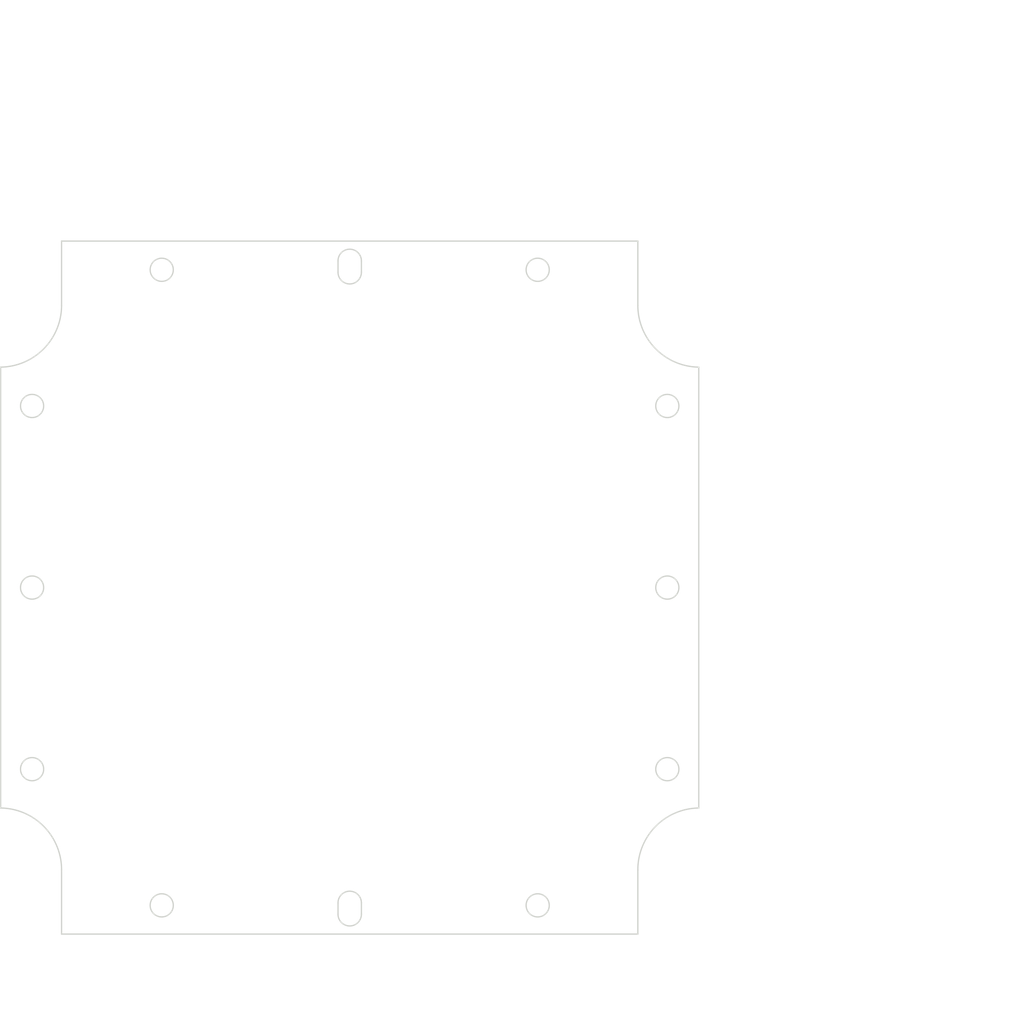
<source format=kicad_pcb>
(kicad_pcb (version 20171130) (host pcbnew "(5.1.0)-1")

  (general
    (thickness 1.6)
    (drawings 113)
    (tracks 0)
    (zones 0)
    (modules 0)
    (nets 1)
  )

  (page A3)
  (layers
    (0 F.Cu signal)
    (31 B.Cu signal)
    (32 B.Adhes user)
    (33 F.Adhes user)
    (34 B.Paste user)
    (35 F.Paste user)
    (36 B.SilkS user)
    (37 F.SilkS user)
    (38 B.Mask user)
    (39 F.Mask user)
    (40 Dwgs.User user)
    (41 Cmts.User user)
    (42 Eco1.User user)
    (43 Eco2.User user)
    (44 Edge.Cuts user)
    (45 Margin user)
    (46 B.CrtYd user)
    (47 F.CrtYd user)
    (48 B.Fab user)
    (49 F.Fab user)
  )

  (setup
    (last_trace_width 0.25)
    (trace_clearance 0.2)
    (zone_clearance 0.508)
    (zone_45_only no)
    (trace_min 0.2)
    (via_size 0.8)
    (via_drill 0.4)
    (via_min_size 0.4)
    (via_min_drill 0.3)
    (uvia_size 0.3)
    (uvia_drill 0.1)
    (uvias_allowed no)
    (uvia_min_size 0.2)
    (uvia_min_drill 0.1)
    (edge_width 0.05)
    (segment_width 0.2)
    (pcb_text_width 0.3)
    (pcb_text_size 1.5 1.5)
    (mod_edge_width 0.12)
    (mod_text_size 1 1)
    (mod_text_width 0.15)
    (pad_size 1.524 1.524)
    (pad_drill 0.762)
    (pad_to_mask_clearance 0.051)
    (solder_mask_min_width 0.25)
    (aux_axis_origin 0 0)
    (visible_elements FFFFFF7F)
    (pcbplotparams
      (layerselection 0x010fc_ffffffff)
      (usegerberextensions false)
      (usegerberattributes false)
      (usegerberadvancedattributes false)
      (creategerberjobfile false)
      (excludeedgelayer true)
      (linewidth 0.152400)
      (plotframeref false)
      (viasonmask false)
      (mode 1)
      (useauxorigin false)
      (hpglpennumber 1)
      (hpglpenspeed 20)
      (hpglpendiameter 15.000000)
      (psnegative false)
      (psa4output false)
      (plotreference true)
      (plotvalue true)
      (plotinvisibletext false)
      (padsonsilk false)
      (subtractmaskfromsilk false)
      (outputformat 1)
      (mirror false)
      (drillshape 1)
      (scaleselection 1)
      (outputdirectory ""))
  )

  (net 0 "")

  (net_class Default "This is the default net class."
    (clearance 0.2)
    (trace_width 0.25)
    (via_dia 0.8)
    (via_drill 0.4)
    (uvia_dia 0.3)
    (uvia_drill 0.1)
  )

  (gr_line (start 145.161541 206.376564) (end 145.161541 196.465744) (layer Edge.Cuts) (width 0.2))
  (gr_line (start 234.061541 206.376564) (end 145.161541 206.376564) (layer Edge.Cuts) (width 0.2))
  (gr_line (start 234.061541 196.465744) (end 234.061541 206.376564) (layer Edge.Cuts) (width 0.2))
  (gr_line (start 243.461541 118.961564) (end 243.461541 186.941564) (layer Edge.Cuts) (width 0.2))
  (gr_line (start 234.061541 99.526564) (end 234.061541 109.437384) (layer Edge.Cuts) (width 0.2))
  (gr_line (start 145.161541 99.526564) (end 234.061541 99.526564) (layer Edge.Cuts) (width 0.2))
  (gr_line (start 145.161541 109.437384) (end 145.161541 99.526564) (layer Edge.Cuts) (width 0.2))
  (gr_line (start 135.761541 186.941564) (end 135.761541 118.961564) (layer Edge.Cuts) (width 0.2))
  (gr_arc (start 135.636541 196.465744) (end 145.161541 196.465744) (angle -89.2480653) (layer Edge.Cuts) (width 0.2))
  (gr_arc (start 243.586541 196.465744) (end 243.461541 186.941564) (angle -89.2480653) (layer Edge.Cuts) (width 0.2))
  (gr_arc (start 243.586541 109.437384) (end 234.061541 109.437384) (angle -89.2480653) (layer Edge.Cuts) (width 0.2))
  (gr_arc (start 135.636541 109.437384) (end 135.761541 118.961564) (angle -89.2480653) (layer Edge.Cuts) (width 0.2))
  (gr_circle (center 140.611541 180.951564) (end 142.397478 180.951564) (layer Edge.Cuts) (width 0.2))
  (gr_circle (center 140.611541 152.951564) (end 142.397478 152.951564) (layer Edge.Cuts) (width 0.2))
  (gr_circle (center 140.611541 124.951564) (end 142.397478 124.951564) (layer Edge.Cuts) (width 0.2))
  (gr_circle (center 238.611541 124.951564) (end 240.397478 124.951564) (layer Edge.Cuts) (width 0.2))
  (gr_circle (center 238.611541 152.951564) (end 240.397478 152.951564) (layer Edge.Cuts) (width 0.2))
  (gr_circle (center 238.611541 180.951564) (end 240.397478 180.951564) (layer Edge.Cuts) (width 0.2))
  (gr_circle (center 160.611541 103.951564) (end 162.397478 103.951564) (layer Edge.Cuts) (width 0.2))
  (gr_circle (center 218.611541 103.951564) (end 220.397478 103.951564) (layer Edge.Cuts) (width 0.2))
  (gr_circle (center 218.611541 201.951564) (end 220.397478 201.951564) (layer Edge.Cuts) (width 0.2))
  (gr_circle (center 160.611541 201.951564) (end 162.397478 201.951564) (layer Edge.Cuts) (width 0.2))
  (gr_line (start 191.414941 201.570564) (end 191.414941 203.323164) (layer Edge.Cuts) (width 0.2))
  (gr_arc (start 189.611541 201.570564) (end 191.414941 201.570564) (angle -180) (layer Edge.Cuts) (width 0.2))
  (gr_line (start 187.808141 203.323164) (end 187.808141 201.570564) (layer Edge.Cuts) (width 0.2))
  (gr_arc (start 189.611541 203.323164) (end 187.808141 203.323164) (angle -180) (layer Edge.Cuts) (width 0.2))
  (gr_line (start 191.414941 102.579964) (end 191.414941 104.332564) (layer Edge.Cuts) (width 0.2))
  (gr_arc (start 189.611541 104.332564) (end 187.808141 104.332564) (angle -180) (layer Edge.Cuts) (width 0.2))
  (gr_line (start 187.808141 104.332564) (end 187.808141 102.579964) (layer Edge.Cuts) (width 0.2))
  (gr_arc (start 189.611541 102.579964) (end 191.414941 102.579964) (angle -180) (layer Edge.Cuts) (width 0.2))
  (gr_text [.12] (at 185.394778 216.238358) (layer Dwgs.User)
    (effects (font (size 1.7 1.53) (thickness 0.2125)))
  )
  (gr_text " 3.05" (at 185.394778 212.680343) (layer Dwgs.User)
    (effects (font (size 1.7 1.53) (thickness 0.2125)))
  )
  (gr_line (start 190.788263 214.348896) (end 188.788263 214.348896) (layer Dwgs.User) (width 0.2))
  (gr_line (start 190.788263 208.376564) (end 190.788263 214.348896) (layer Dwgs.User) (width 0.2))
  (gr_line (start 190.788263 201.323164) (end 190.788263 199.323164) (layer Dwgs.User) (width 0.2))
  (gr_line (start 190.611541 203.323164) (end 193.963263 203.323164) (layer Dwgs.User) (width 0.2))
  (gr_line (start 218.611541 202.041564) (end 218.611541 201.861564) (layer Dwgs.User) (width 0.2))
  (gr_line (start 218.521541 201.951564) (end 218.701541 201.951564) (layer Dwgs.User) (width 0.2))
  (gr_text " ∅3.57\n[∅0.14]" (at 202.954046 217.486167) (layer Dwgs.User)
    (effects (font (size 1.7 1.53) (thickness 0.2125)))
  )
  (gr_line (start 209.490915 217.486167) (end 216.694708 205.216388) (layer Dwgs.User) (width 0.2))
  (gr_line (start 207.490915 217.486167) (end 209.490915 217.486167) (layer Dwgs.User) (width 0.2))
  (gr_text [R0.37] (at 221.929382 188.097191) (layer Dwgs.User)
    (effects (font (size 1.7 1.53) (thickness 0.2125)))
  )
  (gr_text " R9.53" (at 221.929382 184.539176) (layer Dwgs.User)
    (effects (font (size 1.7 1.53) (thickness 0.2125)))
  )
  (gr_line (start 228.400152 186.20773) (end 234.03616 190.014708) (layer Dwgs.User) (width 0.2))
  (gr_line (start 226.400152 186.20773) (end 228.400152 186.20773) (layer Dwgs.User) (width 0.2))
  (gr_text [.17] (at 255.394874 216.238358) (layer Dwgs.User)
    (effects (font (size 1.7 1.53) (thickness 0.2125)))
  )
  (gr_text " 4.43" (at 255.394874 212.680343) (layer Dwgs.User)
    (effects (font (size 1.7 1.53) (thickness 0.2125)))
  )
  (gr_line (start 260.781982 214.348896) (end 258.781982 214.348896) (layer Dwgs.User) (width 0.2))
  (gr_line (start 260.781982 208.376564) (end 260.781982 214.348896) (layer Dwgs.User) (width 0.2))
  (gr_line (start 260.781982 199.951564) (end 260.781982 197.951564) (layer Dwgs.User) (width 0.2))
  (gr_line (start 219.611541 201.951564) (end 263.956982 201.951564) (layer Dwgs.User) (width 0.2))
  (gr_line (start 235.061541 206.376564) (end 263.956982 206.376564) (layer Dwgs.User) (width 0.2))
  (gr_text [.61] (at 226.336541 215.041071) (layer Dwgs.User)
    (effects (font (size 1.7 1.53) (thickness 0.2125)))
  )
  (gr_text " 15.45" (at 226.336541 211.483636) (layer Dwgs.User)
    (effects (font (size 1.7 1.53) (thickness 0.2125)))
  )
  (gr_line (start 220.611541 213.15161) (end 222.282653 213.15161) (layer Dwgs.User) (width 0.2))
  (gr_line (start 232.061541 213.15161) (end 230.390429 213.15161) (layer Dwgs.User) (width 0.2))
  (gr_line (start 218.611541 202.951564) (end 218.611541 216.32661) (layer Dwgs.User) (width 0.2))
  (gr_line (start 234.061541 207.376564) (end 234.061541 216.32661) (layer Dwgs.User) (width 0.2))
  (gr_text [.07] (at 195.552397 195.487693) (layer Dwgs.User)
    (effects (font (size 1.7 1.53) (thickness 0.2125)))
  )
  (gr_text " 1.75" (at 195.552397 191.930257) (layer Dwgs.User)
    (effects (font (size 1.7 1.53) (thickness 0.2125)))
  )
  (gr_line (start 190.158911 193.598232) (end 192.158911 193.598232) (layer Dwgs.User) (width 0.2))
  (gr_line (start 190.158911 199.570564) (end 190.158911 193.598232) (layer Dwgs.User) (width 0.2))
  (gr_line (start 190.158911 205.323164) (end 190.158911 207.323164) (layer Dwgs.User) (width 0.2))
  (gr_line (start 190.611541 203.323164) (end 193.333911 203.323164) (layer Dwgs.User) (width 0.2))
  (gr_line (start 190.611541 201.570564) (end 193.333911 201.570564) (layer Dwgs.User) (width 0.2))
  (gr_text [2.20] (at 253.683393 154.841025) (layer Dwgs.User)
    (effects (font (size 1.7 1.53) (thickness 0.2125)))
  )
  (gr_text " 56.00" (at 253.683393 151.28359) (layer Dwgs.User)
    (effects (font (size 1.7 1.53) (thickness 0.2125)))
  )
  (gr_line (start 253.683393 178.951564) (end 253.683393 156.508999) (layer Dwgs.User) (width 0.2))
  (gr_line (start 253.683393 126.951564) (end 253.683393 149.394129) (layer Dwgs.User) (width 0.2))
  (gr_line (start 239.611541 180.951564) (end 256.858393 180.951564) (layer Dwgs.User) (width 0.2))
  (gr_line (start 239.611541 124.951564) (end 256.858393 124.951564) (layer Dwgs.User) (width 0.2))
  (gr_text [2.68] (at 267.040384 154.841025) (layer Dwgs.User)
    (effects (font (size 1.7 1.53) (thickness 0.2125)))
  )
  (gr_text " 67.98" (at 267.040384 151.28359) (layer Dwgs.User)
    (effects (font (size 1.7 1.53) (thickness 0.2125)))
  )
  (gr_line (start 267.040384 184.941564) (end 267.040384 156.508999) (layer Dwgs.User) (width 0.2))
  (gr_line (start 267.040384 120.961564) (end 267.040384 149.394129) (layer Dwgs.User) (width 0.2))
  (gr_line (start 244.461541 186.941564) (end 270.215384 186.941564) (layer Dwgs.User) (width 0.2))
  (gr_line (start 244.461541 118.961564) (end 270.215384 118.961564) (layer Dwgs.User) (width 0.2))
  (gr_text [3.86] (at 276.609571 154.841025) (layer Dwgs.User)
    (effects (font (size 1.7 1.53) (thickness 0.2125)))
  )
  (gr_text " 98.00" (at 276.609571 151.28359) (layer Dwgs.User)
    (effects (font (size 1.7 1.53) (thickness 0.2125)))
  )
  (gr_line (start 276.609571 105.951564) (end 276.609571 149.394129) (layer Dwgs.User) (width 0.2))
  (gr_line (start 276.609571 199.951564) (end 276.609571 156.508999) (layer Dwgs.User) (width 0.2))
  (gr_line (start 219.611541 103.951564) (end 279.784571 103.951564) (layer Dwgs.User) (width 0.2))
  (gr_line (start 219.611541 201.951564) (end 279.784571 201.951564) (layer Dwgs.User) (width 0.2))
  (gr_text [4.21] (at 287.972981 154.841025) (layer Dwgs.User)
    (effects (font (size 1.7 1.53) (thickness 0.2125)))
  )
  (gr_text " 106.85" (at 287.972981 151.28359) (layer Dwgs.User)
    (effects (font (size 1.7 1.53) (thickness 0.2125)))
  )
  (gr_line (start 287.972981 204.376564) (end 287.972981 156.508999) (layer Dwgs.User) (width 0.2))
  (gr_line (start 287.972981 101.526564) (end 287.972981 149.394129) (layer Dwgs.User) (width 0.2))
  (gr_line (start 235.061541 206.376564) (end 291.147981 206.376564) (layer Dwgs.User) (width 0.2))
  (gr_line (start 235.061541 99.526564) (end 291.147981 99.526564) (layer Dwgs.User) (width 0.2))
  (gr_text [2.28] (at 189.611541 90.638516) (layer Dwgs.User)
    (effects (font (size 1.7 1.53) (thickness 0.2125)))
  )
  (gr_text " 58.00" (at 189.611541 87.081081) (layer Dwgs.User)
    (effects (font (size 1.7 1.53) (thickness 0.2125)))
  )
  (gr_line (start 162.611541 88.749055) (end 185.56693 88.749055) (layer Dwgs.User) (width 0.2))
  (gr_line (start 216.611541 88.749055) (end 193.656152 88.749055) (layer Dwgs.User) (width 0.2))
  (gr_line (start 160.611541 102.951564) (end 160.611541 85.574055) (layer Dwgs.User) (width 0.2))
  (gr_line (start 218.611541 102.951564) (end 218.611541 85.574055) (layer Dwgs.User) (width 0.2))
  (gr_text [3.50] (at 189.611541 83.269939) (layer Dwgs.User)
    (effects (font (size 1.7 1.53) (thickness 0.2125)))
  )
  (gr_text " 88.90" (at 189.611541 79.712504) (layer Dwgs.User)
    (effects (font (size 1.7 1.53) (thickness 0.2125)))
  )
  (gr_line (start 232.061541 81.380478) (end 193.656152 81.380478) (layer Dwgs.User) (width 0.2))
  (gr_line (start 147.161541 81.380478) (end 185.56693 81.380478) (layer Dwgs.User) (width 0.2))
  (gr_line (start 234.061541 98.526564) (end 234.061541 78.205478) (layer Dwgs.User) (width 0.2))
  (gr_line (start 145.161541 98.526564) (end 145.161541 78.205478) (layer Dwgs.User) (width 0.2))
  (gr_text [3.86] (at 189.611541 75.313819) (layer Dwgs.User)
    (effects (font (size 1.7 1.53) (thickness 0.2125)))
  )
  (gr_text " 98.00" (at 189.611541 71.756384) (layer Dwgs.User)
    (effects (font (size 1.7 1.53) (thickness 0.2125)))
  )
  (gr_line (start 236.611541 73.424358) (end 193.656152 73.424358) (layer Dwgs.User) (width 0.2))
  (gr_line (start 142.611541 73.424358) (end 185.56693 73.424358) (layer Dwgs.User) (width 0.2))
  (gr_line (start 238.611541 123.951564) (end 238.611541 70.249358) (layer Dwgs.User) (width 0.2))
  (gr_line (start 140.611541 123.951564) (end 140.611541 70.249358) (layer Dwgs.User) (width 0.2))
  (gr_text [4.24] (at 189.611541 67.517692) (layer Dwgs.User)
    (effects (font (size 1.7 1.53) (thickness 0.2125)))
  )
  (gr_text " 107.70" (at 189.611541 63.960257) (layer Dwgs.User)
    (effects (font (size 1.7 1.53) (thickness 0.2125)))
  )
  (gr_line (start 241.461541 65.628231) (end 194.316555 65.628231) (layer Dwgs.User) (width 0.2))
  (gr_line (start 137.761541 65.628231) (end 184.906527 65.628231) (layer Dwgs.User) (width 0.2))
  (gr_line (start 243.461541 117.961564) (end 243.461541 62.453231) (layer Dwgs.User) (width 0.2))
  (gr_line (start 135.761541 117.961564) (end 135.761541 62.453231) (layer Dwgs.User) (width 0.2))

)

</source>
